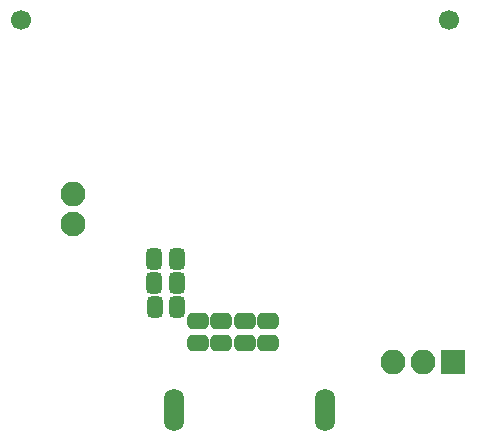
<source format=gbr>
%TF.GenerationSoftware,KiCad,Pcbnew,6.0.7-f9a2dced07~116~ubuntu20.04.1*%
%TF.CreationDate,2022-08-24T05:01:59+07:00*%
%TF.ProjectId,CH569Board,43483536-3942-46f6-9172-642e6b696361,rev?*%
%TF.SameCoordinates,Original*%
%TF.FileFunction,Soldermask,Bot*%
%TF.FilePolarity,Negative*%
%FSLAX46Y46*%
G04 Gerber Fmt 4.6, Leading zero omitted, Abs format (unit mm)*
G04 Created by KiCad (PCBNEW 6.0.7-f9a2dced07~116~ubuntu20.04.1) date 2022-08-24 05:01:59*
%MOMM*%
%LPD*%
G01*
G04 APERTURE LIST*
G04 Aperture macros list*
%AMRoundRect*
0 Rectangle with rounded corners*
0 $1 Rounding radius*
0 $2 $3 $4 $5 $6 $7 $8 $9 X,Y pos of 4 corners*
0 Add a 4 corners polygon primitive as box body*
4,1,4,$2,$3,$4,$5,$6,$7,$8,$9,$2,$3,0*
0 Add four circle primitives for the rounded corners*
1,1,$1+$1,$2,$3*
1,1,$1+$1,$4,$5*
1,1,$1+$1,$6,$7*
1,1,$1+$1,$8,$9*
0 Add four rect primitives between the rounded corners*
20,1,$1+$1,$2,$3,$4,$5,0*
20,1,$1+$1,$4,$5,$6,$7,0*
20,1,$1+$1,$6,$7,$8,$9,0*
20,1,$1+$1,$8,$9,$2,$3,0*%
G04 Aperture macros list end*
%ADD10C,1.700000*%
%ADD11C,2.100000*%
%ADD12O,2.100000X2.100000*%
%ADD13RoundRect,0.200000X-0.850000X0.850000X-0.850000X-0.850000X0.850000X-0.850000X0.850000X0.850000X0*%
%ADD14O,1.700000X3.600000*%
%ADD15RoundRect,0.450000X-0.475000X0.250000X-0.475000X-0.250000X0.475000X-0.250000X0.475000X0.250000X0*%
%ADD16RoundRect,0.450000X0.250000X0.475000X-0.250000X0.475000X-0.250000X-0.475000X0.250000X-0.475000X0*%
G04 APERTURE END LIST*
D10*
%TO.C,CN1*%
X143710000Y-82390000D03*
X107510000Y-82390000D03*
%TD*%
D11*
%TO.C,J1*%
X111912400Y-99623800D03*
D12*
X111912400Y-97083800D03*
%TD*%
D13*
%TO.C,J2*%
X144075000Y-111275000D03*
D12*
X141535000Y-111275000D03*
X138995000Y-111275000D03*
%TD*%
D14*
%TO.C,USB1*%
X120400000Y-115390007D03*
X133200000Y-115390007D03*
%TD*%
D15*
%TO.C,C6*%
X126410000Y-107820000D03*
X126410000Y-109720000D03*
%TD*%
%TO.C,C10*%
X124430000Y-107820000D03*
X124430000Y-109720000D03*
%TD*%
%TO.C,C8*%
X128400000Y-107820000D03*
X128400000Y-109720000D03*
%TD*%
D16*
%TO.C,C18*%
X120670000Y-102580000D03*
X118770000Y-102580000D03*
%TD*%
%TO.C,C17*%
X120680000Y-106620000D03*
X118780000Y-106620000D03*
%TD*%
D15*
%TO.C,C9*%
X122460000Y-107810000D03*
X122460000Y-109710000D03*
%TD*%
D16*
%TO.C,C20*%
X120670000Y-104600000D03*
X118770000Y-104600000D03*
%TD*%
M02*

</source>
